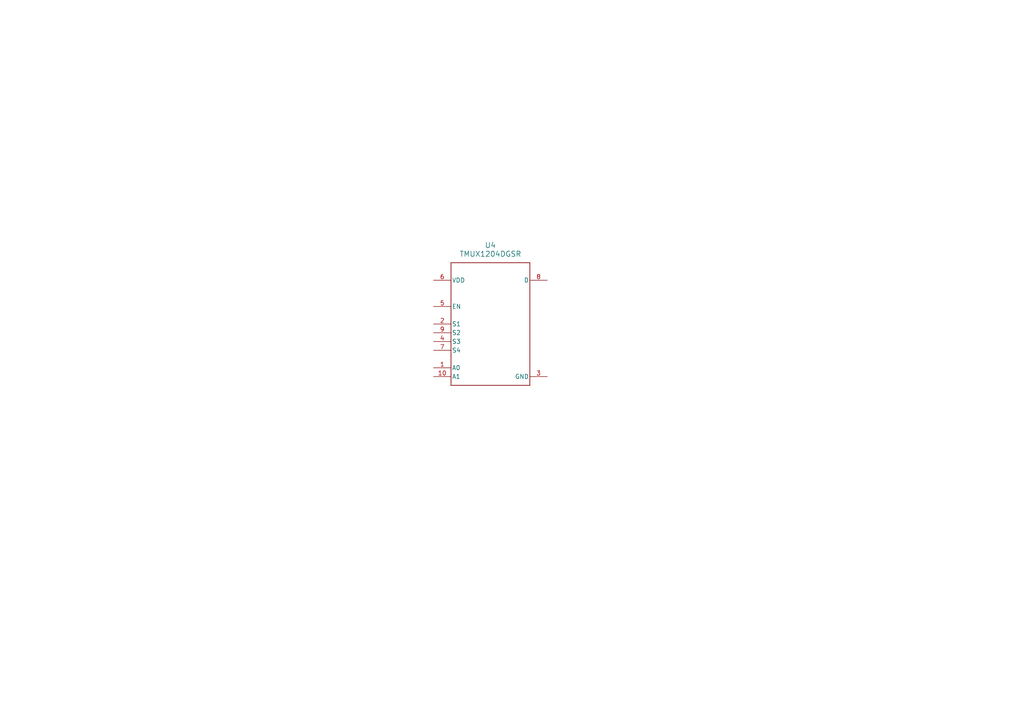
<source format=kicad_sch>
(kicad_sch (version 20231120) (generator "eeschema") (generator_version "8.0")
  (paper "A4")
  (lib_symbols
    (symbol "2025-01-28_22-42-53:TMUX1204DGSR" (pin_names (offset 0.254))
      (property "Reference" "U" (at 0 2.54 0))
      (property "Value" "TMUX1204DGSR" (at 0 0 0))
      (symbol "TMUX1204DGSR_0_1"
        (polyline (pts (xy 5.08 -30.48) (xy 27.94 -30.48)) (stroke (width 0.2032)))
        (polyline (pts (xy 5.08 5.08) (xy 5.08 -30.48)) (stroke (width 0.2032)))
        (polyline (pts (xy 27.94 -30.48) (xy 27.94 5.08)) (stroke (width 0.2032)))
        (polyline (pts (xy 27.94 5.08) (xy 5.08 5.08)) (stroke (width 0.2032)))
        (pin input line (at 0 -25.4 0) (length 5.08) (name "A0") (number "1"))
        (pin input line (at 0 -27.94 0) (length 5.08) (name "A1") (number "10"))
        (pin bidirectional line (at 0 -12.7 0) (length 5.08) (name "S1") (number "2"))
        (pin power_in line (at 33.02 -27.94 180) (length 5.08) (name "GND") (number "3"))
        (pin bidirectional line (at 0 -17.78 0) (length 5.08) (name "S3") (number "4"))
        (pin input line (at 0 -7.62 0) (length 5.08) (name "EN") (number "5"))
        (pin power_in line (at 0 0 0) (length 5.08) (name "VDD") (number "6"))
        (pin bidirectional line (at 0 -20.32 0) (length 5.08) (name "S4") (number "7"))
        (pin bidirectional line (at 33.02 0 180) (length 5.08) (name "D") (number "8"))
        (pin bidirectional line (at 0 -15.24 0) (length 5.08) (name "S2") (number "9"))
      )
    )
  )
  (symbol (lib_id "2025-01-28_22-42-53:TMUX1204DGSR") (at 125.73 81.28 0) (unit 1)
    (property "Reference" "U4" (at 142.24 71.12 0) (effects (font (size 1.524 1.524))))
    (property "Value" "TMUX1204DGSR" (at 142.24 73.66 0) (effects (font (size 1.524 1.524))))
    (property "Footprint" "DGS0010A-IPC_A" (effects (hide yes)))
    (property "Datasheet" "TMUX1204DGSR" (effects (hide yes)))
  )
)
</source>
